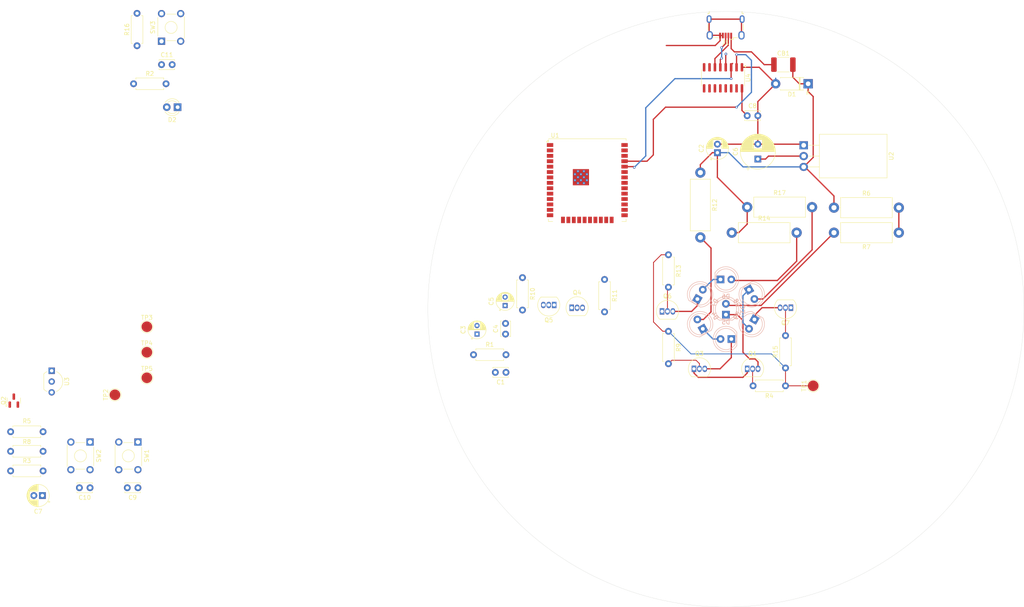
<source format=kicad_pcb>
(kicad_pcb (version 20240108) (generator "pcbnew") (generator_version "8.0")
  (title_block (title "Universal Remote") (date "2025-01-09"))
  (layers (0 "F.Cu" signal) (31 "B.Cu" signal) (34 "B.Paste" user) (35 "F.Paste" user) (36 "B.SilkS" user "B.Silkscreen") (37 "F.SilkS" user "F.Silkscreen") (38 "B.Mask" user) (39 "F.Mask" user) (44 "Edge.Cuts" user))
  (net 0 "")
  (net 1 "/EN")
  (net 2 "GND")
  (net 3 "+5V")
  (net 4 "Net-(C3-Pad2)")
  (net 5 "Net-(U1-VDD)")
  (net 6 "+3.3V")
  (net 7 "Net-(U3-VCC)")
  (net 8 "/IO0")
  (net 9 "/IO13")
  (net 10 "Net-(J1-VBUS)")
  (net 11 "Net-(D2-A)")
  (net 12 "Net-(D3-A)")
  (net 13 "Net-(D3-K)")
  (net 14 "Net-(D4-K)")
  (net 15 "Net-(D4-A)")
  (net 16 "Net-(D5-K)")
  (net 17 "Net-(D6-A)")
  (net 18 "Net-(D6-K)")
  (net 19 "Net-(D7-K)")
  (net 20 "Net-(D8-K)")
  (net 21 "Net-(D8-A)")
  (net 22 "Net-(D9-K)")
  (net 23 "/D+")
  (net 24 "/D-")
  (net 25 "Net-(Q1-B)")
  (net 26 "/RTS")
  (net 27 "Net-(Q3-B)")
  (net 28 "Net-(Q4-B)")
  (net 29 "/DTR")
  (net 30 "Net-(Q5-B)")
  (net 31 "Net-(Q6-B)")
  (net 32 "/IO17")
  (net 33 "/IO4")
  (net 34 "/IO16")
  (net 35 "/IO2")
  (net 37 "/IO5")
  (net 40 "/IO32")
  (net 42 "/RXD0")
  (net 43 "/IO23")
  (net 44 "/IO34")
  (net 45 "/IO35")
  (net 46 "/IO21")
  (net 47 "/IO15")
  (net 48 "/IO25")
  (net 49 "/SENSOR_VP")
  (net 50 "/SENSOR_VN")
  (net 51 "/IO12")
  (net 52 "/IO27")
  (net 54 "/IO18")
  (net 55 "/IO19")
  (net 57 "/IO22")
  (net 58 "/TXD0")
  (net 59 "/IO33")
  (net 60 "/IO26")
  (net 62 "/IO14")
  (net 70 "Net-(R6-Pad2)")
  (net 71 "Net-(Q2-D)")
  (net 72 "Net-(Q7-B)")
  (footprint "Capacitor_THT:C_Disc_D3.4mm_W2.1mm_P2.50mm" (layer "F.Cu") (at 59.2424 124.8392 90)
    (property "Reference" "C4" (at 1.25 -2.3 90) (layer "F.SilkS"))
    (property "Value" "0.1uF")
    (pad "1" thru_hole circle (at 0 0 90) (size 1.6 1.6) (drill 0.8) (layers "*.Cu" "*.Mask") (net 5 "Net-(U1-VDD)"))
    (pad "2" thru_hole circle (at 2.5 0 90) (size 1.6 1.6) (drill 0.8) (layers "*.Cu" "*.Mask") (net 2 "GND"))
  )
  (footprint "Capacitor_THT:CP_Radial_D4.0mm_P2.00mm" (layer "F.Cu") (at 59.1424 118.1392 90)
    (property "Reference" "C5" (at 1 -3.25 90) (layer "F.SilkS"))
    (property "Value" "10uF")
    (pad "1" thru_hole rect (at 0 0 90) (size 1.2 1.2) (drill 0.6) (layers "*.Cu" "*.Mask") (net 4 "Net-(C3-Pad2)"))
    (pad "2" thru_hole circle (at 2 0 90) (size 1.2 1.2) (drill 0.6) (layers "*.Cu" "*.Mask") (net 2 "GND"))
  )
  (footprint "TestPoint:TestPoint_Pad_D2.5mm" (layer "F.Cu") (at -32.5 139.115 90)
    (property "Reference" "TP2" (at 0 -2.148 90) (layer "F.SilkS"))
    (property "Value" "TestPoint")
    (pad "1" smd circle (at 0 0 90) (size 2.5 2.5) (layers "F.Cu" "F.Mask") (net 9 "/IO13"))
  )
  (footprint "Package_TO_SOT_SMD:SOT-23" (layer "F.Cu") (at -56.25 140.4775 90)
    (property "Reference" "Q2" (at 0 -2.4 90) (layer "F.SilkS"))
    (property "Value" "BSS138")
    (pad "1" smd roundrect (at -0.9375 -0.95 90) (size 1.475 0.6) (layers "F.Cu" "F.Paste" "F.Mask") (net 6 "+3.3V"))
    (pad "2" smd roundrect (at -0.9375 0.95 90) (size 1.475 0.6) (layers "F.Cu" "F.Paste" "F.Mask") (net 9 "/IO13"))
    (pad "3" smd roundrect (at 0.9375 0 90) (size 1.475 0.6) (layers "F.Cu" "F.Paste" "F.Mask") (net 71 "Net-(Q2-D)"))
  )
  (footprint "Capacitor_THT:CP_Radial_D8.0mm_P3.50mm" (layer "F.Cu") (at 118.5 83.697538 90)
    (property "Reference" "C6" (at 1.75 -5.25 90) (layer "F.SilkS"))
    (property "Value" "CP/100uF")
    (pad "1" thru_hole rect (at 0 0 90) (size 1.6 1.6) (drill 0.8) (layers "*.Cu" "*.Mask") (net 6 "+3.3V"))
    (pad "2" thru_hole circle (at 3.5 0 90) (size 1.6 1.6) (drill 0.8) (layers "*.Cu" "*.Mask") (net 2 "GND"))
  )
  (footprint "Resistor_THT:R_Axial_DIN0414_L11.9mm_D4.5mm_P15.24mm_Horizontal" (layer "F.Cu") (at 116 95)
    (property "Reference" "R17" (at 7.62 -3.37 360) (layer "F.SilkS"))
    (property "Value" "5.6R")
    (pad "1" thru_hole circle (at 0 0) (size 2.4 2.4) (drill 1.2) (layers "*.Cu" "*.Mask") (net 3 "+5V"))
    (pad "2" thru_hole oval (at 15.24 0) (size 2.4 2.4) (drill 1.2) (layers "*.Cu" "*.Mask") (net 21 "Net-(D8-A)"))
  )
  (footprint "Resistor_THT:R_Axial_DIN0414_L11.9mm_D4.5mm_P15.24mm_Horizontal" (layer "F.Cu") (at 105 86.88 -90)
    (property "Reference" "R12" (at 7.62 -3.37 90) (layer "F.SilkS"))
    (property "Value" "5.6R")
    (pad "1" thru_hole circle (at 0 0 270) (size 2.4 2.4) (drill 1.2) (layers "*.Cu" "*.Mask") (net 3 "+5V"))
    (pad "2" thru_hole oval (at 15.24 0 270) (size 2.4 2.4) (drill 1.2) (layers "*.Cu" "*.Mask") (net 15 "Net-(D4-A)"))
  )
  (footprint "Resistor_THT:R_Axial_DIN0414_L11.9mm_D4.5mm_P15.24mm_Horizontal" (layer "F.Cu") (at 136.38 95.12)
    (property "Reference" "R6" (at 7.62 -3.37 360) (layer "F.SilkS"))
    (property "Value" "5.6R")
    (pad "1" thru_hole circle (at 0 0) (size 2.4 2.4) (drill 1.2) (layers "*.Cu" "*.Mask") (net 3 "+5V"))
    (pad "2" thru_hole oval (at 15.24 0) (size 2.4 2.4) (drill 1.2) (layers "*.Cu" "*.Mask") (net 70 "Net-(R6-Pad2)"))
  )
  (footprint "Package_TO_SOT_THT:TO-92_Inline" (layer "F.Cu") (at 70.6636 117.9944 180)
    (property "Reference" "Q5" (at 1.27 -3.56 180) (layer "F.SilkS"))
    (property "Value" "S8050")
    (pad "1" thru_hole rect (at 0 0 180) (size 1.05 1.5) (drill 0.75) (layers "*.Cu" "*.Mask") (net 29 "/DTR"))
    (pad "2" thru_hole oval (at 1.27 0 180) (size 1.05 1.5) (drill 0.75) (layers "*.Cu" "*.Mask") (net 30 "Net-(Q5-B)"))
    (pad "3" thru_hole oval (at 2.54 0 180) (size 1.05 1.5) (drill 0.75) (layers "*.Cu" "*.Mask") (net 8 "/IO0"))
  )
  (footprint "Package_TO_SOT_THT:TO-92_Inline" (layer "F.Cu") (at 116 133)
    (property "Reference" "Q1" (at 1.27 -3.56 360) (layer "F.SilkS"))
    (property "Value" "S8050")
    (pad "1" thru_hole rect (at 0 0) (size 1.05 1.5) (drill 0.75) (layers "*.Cu" "*.Mask") (net 2 "GND"))
    (pad "2" thru_hole oval (at 1.27 0) (size 1.05 1.5) (drill 0.75) (layers "*.Cu" "*.Mask") (net 25 "Net-(Q1-B)"))
    (pad "3" thru_hole oval (at 2.54 0) (size 1.05 1.5) (drill 0.75) (layers "*.Cu" "*.Mask") (net 13 "Net-(D3-K)"))
  )
  (footprint "Capacitor_THT:C_Disc_D3.4mm_W2.1mm_P2.50mm" (layer "F.Cu") (at 116 73.5)
    (property "Reference" "C8" (at 1.25 -2.3 360) (layer "F.SilkS"))
    (property "Value" "0.1uF")
    (pad "1" thru_hole circle (at 0 0) (size 1.6 1.6) (drill 0.8) (layers "*.Cu" "*.Mask") (net 6 "+3.3V"))
    (pad "2" thru_hole circle (at 2.5 0) (size 1.6 1.6) (drill 0.8) (layers "*.Cu" "*.Mask") (net 2 "GND"))
  )
  (footprint "Fuse:Fuse_1812_4532Metric_Pad1.30x3.40mm_HandSolder" (layer "F.Cu") (at 124.5 61.5)
    (property "Reference" "CB1" (at 0 -2.65 360) (layer "F.SilkS"))
    (property "Value" "750mA/13.5V")
    (pad "1" smd roundrect (at -2.225 0) (size 1.3 3.4) (layers "F.Cu" "F.Paste" "F.Mask") (roundrect_rratio 0.192308) (net 10 "Net-(J1-VBUS)"))
    (pad "2" smd roundrect (at 2.225 0) (size 1.3 3.4) (layers "F.Cu" "F.Paste" "F.Mask") (roundrect_rratio 0.192308) (net 3 "+5V"))
  )
  (footprint "Resistor_THT:R_Axial_DIN0207_L6.3mm_D2.5mm_P7.62mm_Horizontal" (layer "F.Cu") (at -28.12 66)
    (property "Reference" "R2" (at 3.81 -2.37 0) (layer "F.SilkS"))
    (property "Value" "1k")
    (pad "1" thru_hole circle (at 0 0) (size 1.6 1.6) (drill 0.8) (layers "*.Cu" "*.Mask") (net 32 "/IO17"))
    (pad "2" thru_hole oval (at 7.62 0) (size 1.6 1.6) (drill 0.8) (layers "*.Cu" "*.Mask") (net 11 "Net-(D2-A)"))
  )
  (footprint "TestPoint:TestPoint_Pad_D2.5mm" (layer "F.Cu") (at -25 123.115)
    (property "Reference" "TP3" (at 0 -2.148 0) (layer "F.SilkS"))
    (property "Value" "TestPoint")
    (pad "1" smd circle (at 0 0) (size 2.5 2.5) (layers "F.Cu" "F.Mask") (net 6 "+3.3V"))
  )
  (footprint "Package_TO_SOT_THT:TO-92_Inline" (layer "F.Cu") (at 96 119.5)
    (property "Reference" "Q6" (at 1.27 -3.56 360) (layer "F.SilkS"))
    (property "Value" "S8050")
    (pad "1" thru_hole rect (at 0 0) (size 1.05 1.5) (drill 0.75) (layers "*.Cu" "*.Mask") (net 2 "GND"))
    (pad "2" thru_hole oval (at 1.27 0) (size 1.05 1.5) (drill 0.75) (layers "*.Cu" "*.Mask") (net 31 "Net-(Q6-B)"))
    (pad "3" thru_hole oval (at 2.54 0) (size 1.05 1.5) (drill 0.75) (layers "*.Cu" "*.Mask") (net 19 "Net-(D7-K)"))
  )
  (footprint "Capacitor_THT:C_Disc_D3.4mm_W2.1mm_P2.50mm" (layer "F.Cu") (at -21.56 61.5)
    (property "Reference" "C11" (at 1.25 -2.3 0) (layer "F.SilkS"))
    (property "Value" "0.1uF/50V")
    (pad "1" thru_hole circle (at 0 0) (size 1.6 1.6) (drill 0.8) (layers "*.Cu" "*.Mask") (net 34 "/IO16"))
    (pad "2" thru_hole circle (at 2.5 0) (size 1.6 1.6) (drill 0.8) (layers "*.Cu" "*.Mask") (net 2 "GND"))
  )
  (footprint "Button_Switch_THT:SW_TH_Tactile_Omron_B3F-10xx" (layer "F.Cu") (at -27.1 150.215 -90)
    (property "Reference" "SW1" (at 3.25 -2.05 90) (layer "F.SilkS"))
    (property "Value" "SW_Push")
    (pad "1" thru_hole rect (at 0 0 270) (size 1.7 1.7) (drill 1) (layers "*.Cu" "*.Mask") (net 8 "/IO0"))
    (pad "1" thru_hole circle (at 6.5 0 270) (size 1.7 1.7) (drill 1) (layers "*.Cu" "*.Mask") (net 8 "/IO0"))
    (pad "2" thru_hole circle (at 0 4.5 270) (size 1.7 1.7) (drill 1) (layers "*.Cu" "*.Mask") (net 2 "GND"))
    (pad "2" thru_hole circle (at 6.5 4.5 270) (size 1.7 1.7) (drill 1) (layers "*.Cu" "*.Mask") (net 2 "GND"))
  )
  (footprint "Button_Switch_THT:SW_TH_Tactile_Omron_B3F-10xx" (layer "F.Cu") (at -38.35 150.215 -90)
    (property "Reference" "SW2" (at 3.25 -2.05 90) (layer "F.SilkS"))
    (property "Value" "SW_Push")
    (pad "1" thru_hole rect (at 0 0 270) (size 1.7 1.7) (drill 1) (layers "*.Cu" "*.Mask") (net 1 "/EN"))
    (pad "1" thru_hole circle (at 6.5 0 270) (size 1.7 1.7) (drill 1) (layers "*.Cu" "*.Mask") (net 1 "/EN"))
    (pad "2" thru_hole circle (at 0 4.5 270) (size 1.7 1.7) (drill 1) (layers "*.Cu" "*.Mask") (net 2 "GND"))
    (pad "2" thru_hole circle (at 6.5 4.5 270) (size 1.7 1.7) (drill 1) (layers "*.Cu" "*.Mask") (net 2 "GND"))
  )
  (footprint "Resistor_THT:R_Axial_DIN0207_L6.3mm_D2.5mm_P7.62mm_Horizontal" (layer "F.Cu") (at 82.5 112 -90)
    (property "Reference" "R11" (at 3.81 -2.37 90) (layer "F.SilkS"))
    (property "Value" "10k")
    (pad "1" thru_hole circle (at 0 0 270) (size 1.6 1.6) (drill 0.8) (layers "*.Cu" "*.Mask") (net 26 "/RTS"))
    (pad "2" thru_hole oval (at 7.62 0 270) (size 1.6 1.6) (drill 0.8) (layers "*.Cu" "*.Mask") (net 30 "Net-(Q5-B)"))
  )
  (footprint "Capacitor_THT:C_Disc_D3.4mm_W2.1mm_P2.50mm" (layer "F.Cu") (at -38.35 160.965 180)
    (property "Reference" "C10" (at 1.25 -2.3 0) (layer "F.SilkS"))
    (property "Value" "0.1uF/50V")
    (pad "1" thru_hole circle (at 0 0 180) (size 1.6 1.6) (drill 0.8) (layers "*.Cu" "*.Mask") (net 1 "/EN"))
    (pad "2" thru_hole circle (at 2.5 0 180) (size 1.6 1.6) (drill 0.8) (layers "*.Cu" "*.Mask") (net 2 "GND"))
  )
  (footprint "Package_TO_SOT_THT:TO-220-3_Horizontal_TabDown" (layer "F.Cu") (at 129.27 80.46 -90)
    (property "Reference" "U2" (at 2.54 -20.58 90) (layer "F.SilkS"))
    (property "Value" "LM1117T-3.3")
    (pad "" np_thru_hole oval (at 2.54 -16.66 270) (size 3.5 3.5) (drill 3.5) (layers "*.Cu" "*.Mask"))
    (pad "1" thru_hole rect (at 0 0 270) (size 1.905 2) (drill 1.1) (layers "*.Cu" "*.Mask") (net 2 "GND"))
    (pad "2" thru_hole oval (at 2.54 0 270) (size 1.905 2) (drill 1.1) (layers "*.Cu" "*.Mask") (net 6 "+3.3V"))
    (pad "3" thru_hole oval (at 5.08 0 270) (size 1.905 2) (drill 1.1) (layers "*.Cu" "*.Mask") (net 3 "+5V"))
  )
  (footprint "Resistor_THT:R_Axial_DIN0414_L11.9mm_D4.5mm_P15.24mm_Horizontal" (layer "F.Cu") (at 151.62 101 180)
    (property "Reference" "R7" (at 7.62 -3.37 360) (layer "F.SilkS"))
    (property "Value" "5.6R")
    (pad "1" thru_hole circle (at 0 0 180) (size 2.4 2.4) (drill 1.2) (layers "*.Cu" "*.Mask") (net 70 "Net-(R6-Pad2)"))
    (pad "2" thru_hole oval (at 15.24 0 180) (size 2.4 2.4) (drill 1.2) (layers "*.Cu" "*.Mask") (net 12 "Net-(D3-A)"))
  )
  (footprint "Capacitor_THT:C_Disc_D3.4mm_W2.1mm_P2.50mm" (layer "F.Cu") (at 59.3424 133.8392 180)
    (property "Reference" "C1" (at 1.25 -2.3 0) (layer "F.SilkS"))
    (property "Value" "0.1uF")
    (pad "1" thru_hole circle (at 0 0 180) (size 1.6 1.6) (drill 0.8) (layers "*.Cu" "*.Mask") (net 1 "/EN"))
    (pad "2" thru_hole circle (at 2.5 0 180) (size 1.6 1.6) (drill 0.8) (layers "*.Cu" "*.Mask") (net 2 "GND"))
  )
  (footprint "Resistor_THT:R_Axial_DIN0207_L6.3mm_D2.5mm_P7.62mm_Horizontal" (layer "F.Cu") (at -49.38 152.395 180)
    (property "Reference" "R5" (at 3.81 7.105 0) (layer "F.SilkS"))
    (property "Value" "10k")
    (pad "1" thru_hole circle (at 0 0 180) (size 1.6 1.6) (drill 0.8) (layers "*.Cu" "*.Mask") (net 71 "Net-(Q2-D)"))
    (pad "2" thru_hole oval (at 7.62 0 180) (size 1.6 1.6) (drill 0.8) (layers "*.Cu" "*.Mask") (net 3 "+5V"))
  )
  (footprint "Package_TO_SOT_THT:TO-92_Inline" (layer "F.Cu") (at 103.5 133)
    (property "Reference" "Q3" (at 1.27 -3.56 360) (layer "F.SilkS"))
    (property "Value" "S8050")
    (pad "1" thru_hole rect (at 0 0) (size 1.05 1.5) (drill 0.75) (layers "*.Cu" "*.Mask") (net 2 "GND"))
    (pad "2" thru_hole oval (at 1.27 0) (size 1.05 1.5) (drill 0.75) (layers "*.Cu" "*.Mask") (net 27 "Net-(Q3-B)"))
    (pad "3" thru_hole oval (at 2.54 0) (size 1.05 1.5) (drill 0.75) (layers "*.Cu" "*.Mask") (net 16 "Net-(D5-K)"))
  )
  (footprint "Package_TO_SOT_THT:TO-92_Inline" (layer "F.Cu") (at 74.7784 118.6548)
    (property "Reference" "Q4" (at 1.27 -3.56 180) (layer "F.SilkS"))
    (property "Value" "S8050")
    (pad "1" thru_hole rect (at 0 0) (size 1.05 1.5) (drill 0.75) (layers "*.Cu" "*.Mask") (net 26 "/RTS"))
    (pad "2" thru_hole oval (at 1.27 0) (size 1.05 1.5) (drill 0.75) (layers "*.Cu" "*.Mask") (net 28 "Net-(Q4-B)"))
    (pad "3" thru_hole oval (at 2.54 0) (size 1.05 1.5) (drill 0.75) (layers "*.Cu" "*.Mask") (net 1 "/EN"))
  )
  (footprint "Resistor_THT:R_Axial_DIN0207_L6.3mm_D2.5mm_P7.62mm_Horizontal" (layer "F.Cu") (at 51.7224 129.6892)
    (property "Reference" "R1" (at 3.81 -2.37 0) (layer "F.SilkS"))
    (property "Value" "10k")
    (pad "1" thru_hole circle (at 0 0) (size 1.6 1.6) (drill 0.8) (layers "*.Cu" "*.Mask") (net 6 "+3.3V"))
    (pad "2" thru_hole oval (at 7.62 0) (size 1.6 1.6) (drill 0.8) (layers "*.Cu" "*.Mask") (net 1 "/EN"))
  )
  (footprint "TestPoint:TestPoint_Pad_D2.5mm" (layer "F.Cu") (at -25 135.115)
    (property "Reference" "TP5" (at 0 -2.148 0) (layer "F.SilkS"))
    (property "Value" "TestPoint")
    (pad "1" smd circle (at 0 0) (size 2.5 2.5) (layers "F.Cu" "F.Mask") (net 3 "+5V"))
  )
  (footprint "Resistor_THT:R_Axial_DIN0207_L6.3mm_D2.5mm_P7.62mm_Horizontal" (layer "F.Cu") (at 63.2214 111.5682 -90)
    (property "Reference" "R10" (at 3.81 -2.37 90) (layer "F.SilkS"))
    (property "Value" "10k")
    (pad "1" thru_hole circle (at 0 0 270) (size 1.6 1.6) (drill 0.8) (layers "*.Cu" "*.Mask") (net 29 "/DTR"))
    (pad "2" thru_hole oval (at 7.62 0 270) (size 1.6 1.6) (drill 0.8) (layers "*.Cu" "*.Mask") (net 28 "Net-(Q4-B)"))
  )
  (footprint "Resistor_THT:R_Axial_DIN0414_L11.9mm_D4.5mm_P15.24mm_Horizontal" (layer "F.Cu") (at 112.38 101)
    (property "Reference" "R14" (at 7.62 -3.37 360) (layer "F.SilkS"))
    (property "Value" "5.6R")
    (pad "1" thru_hole circle (at 0 0) (size 2.4 2.4) (drill 1.2) (layers "*.Cu" "*.Mask") (net 3 "+5V"))
    (pad "2" thru_hole oval (at 15.24 0) (size 2.4 2.4) (drill 1.2) (layers "*.Cu" "*.Mask") (net 17 "Net-(D6-A)"))
  )
  (footprint "Resistor_THT:R_Axial_DIN0207_L6.3mm_D2.5mm_P7.62mm_Horizontal" (layer "F.Cu") (at 97.5 124.19 -90)
    (property "Reference" "R9" (at 3.81 -2.37 90) (layer "F.SilkS"))
    (property "Value" "1k")
    (pad "1" thru_hole circle (at 0 0 270) (size 1.6 1.6) (drill 0.8) (layers "*.Cu" "*.Mask") (net 33 "/IO4"))
    (pad "2" thru_hole oval (at 7.62 0 270) (size 1.6 1.6) (drill 0.8) (layers "*.Cu" "*.Mask") (net 27 "Net-(Q3-B)"))
  )
  (footprint "Connector_USB:USB_Micro-B_Wuerth_629105150521" (layer "F.Cu") (at 110.933203 52.755 180)
    (property "Reference" "J1" (at 0 -3.5 0) (layer "F.SilkS"))
    (property "Value" "USB_B_Micro")
    (pad "" np_thru_hole oval (at -2.5 -0.8 180) (size 0.8 0.8) (drill 0.8) (layers "*.Cu" "*.Mask"))
    (pad "" np_thru_hole oval (at 2.5 -0.8 180) (size 0.8 0.8) (drill 0.8) (layers "*.Cu" "*.Mask"))
    (pad "1" smd rect (at -1.3 -1.9 180) (size 0.45 1.3) (layers "F.Cu" "F.Paste" "F.Mask") (net 10 "Net-(J1-VBUS)"))
    (pad "2" smd rect (at -0.65 -1.9 180) (size 0.45 1.3) (layers "F.Cu" "F.Paste" "F.Mask") (net 24 "/D-"))
    (pad "3" smd rect (at 0 -1.9 180) (size 0.45 1.3) (layers "F.Cu" "F.Paste" "F.Mask") (net 23 "/D+"))
    (pad "4" smd rect (at 0.65 -1.9 180) (size 0.45 1.3) (layers "F.Cu" "F.Paste" "F.Mask") (net 2 "GND"))
    (pad "5" smd rect (at 1.3 -1.9 180) (size 0.45 1.3) (layers "F.Cu" "F.Paste" "F.Mask") (net 2 "GND"))
    (pad "6" thru_hole oval (at -3.875 1.95 180) (size 1.15 1.8) (drill oval 0.55 1.2) (layers "*.Cu" "*.Mask") (net 2 "GND"))
    (pad "6" thru_hole oval (at -3.725 -1.85 180) (size 1.45 2) (drill oval 0.85 1.4) (layers "*.Cu" "*.Mask") (net 2 "GND"))
    (pad "6" thru_hole oval (at 3.725 -1.85 180) (size 1.45 2) (drill oval 0.85 1.4) (layers "*.Cu" "*.Mask") (net 2 "GND"))
    (pad "6" thru_hole oval (at 3.875 1.95 180) (size 1.15 1.8) (drill oval 0.55 1.2) (layers "*.Cu" "*.Mask") (net 2 "GND"))
  )
  (footprint "Package_SO:SOIC-16_3.9x9.9mm_P1.27mm" (layer "F.Cu") (at 110.325 64.6 -90)
    (property "Reference" "U4" (at 0 -5.9 90) (layer "F.SilkS"))
    (property "Value" "CH340C")
    (pad "1" smd roundrect (at -2.475 -4.445 270) (size 1.95 0.6) (layers "F.Cu" "F.Paste" "F.Mask") (net 2 "GND"))
    (pad "2" smd roundrect (at -2.475 -3.175 270) (size 1.95 0.6) (layers "F.Cu" "F.Paste" "F.Mask") (net 58 "/TXD0"))
    (pad "3" smd roundrect (at -2.475 -1.905 270) (size 1.95 0.6) (layers "F.Cu" "F.Paste" "F.Mask") (net 42 "/RXD0"))
    (pad "4" smd roundrect (at -2.475 -0.635 270) (size 1.95 0.6) (layers "F.Cu" "F.Paste" "F.Mask") (net 6 "+3.3V"))
    (pad "5" smd roundrect (at -2.475 0.635 270) (size 1.95 0.6) (layers "F.Cu" "F.Paste" "F.Mask") (net 23 "/D+"))
    (pad "6" smd roundrect (at -2.475 1.905 270) (size 1.95 0.6) (layers "F.Cu" "F.Paste" "F.Mask") (net 24 "/D-"))
    (pad "7" smd roundrect (at -2.475 3.175 270) (size 1.95 0.6) (layers "F.Cu" "F.Paste" "F.Mask"))
    (pad "8" smd roundrect (at -2.475 4.445 270) (size 1.95 0.6) (layers "F.Cu" "F.Paste" "F.Mask"))
    (pad "9" smd roundrect (at 2.475 4.445 270) (size 1.95 0.6) (layers "F.Cu" "F.Paste" "F.Mask"))
    (pad "10" smd roundrect (at 2.475 3.175 270) (size 1.95 0.6) (layers "F.Cu" "F.Paste" "F.Mask"))
    (pad "11" smd roundrect (at 2.475 1.905 270) (size 1.95 0.6) (layers "F.Cu" "F.Paste" "F.Mask"))
    (pad "12" smd roundrect (at 2.475 0.635 270) (size 1.95 0.6) (layers "F.Cu" "F.Paste" "F.Mask"))
    (pad "13" smd roundrect (at 2.475 -0.635 270) (size 1.95 0.6) (layers "F.Cu" "F.Paste" "F.Mask") (net 29 "/DTR"))
    (pad "14" smd roundrect (at 2.475 -1.905 270) (size 1.95 0.6) (layers "F.Cu" "F.Paste" "F.Mask") (net 26 "/RTS"))
    (pad "15" smd roundrect (at 2.475 -3.175 270) (size 1.95 0.6) (layers "F.Cu" "F.Paste" "F.Mask"))
    (pad "16" smd roundrect (at 2.475 -4.445 270) (size 1.95 0.6) (layers "F.Cu" "F.Paste" "F.Mask") (net 6 "+3.3V"))
  )
  (footprint "LED_THT:LED_D3.0mm" (layer "F.Cu") (at -17.785 71.5 180)
    (property "Reference" "D2" (at 1.27 -2.96 0) (layer "F.SilkS"))
    (property "Value" "LED")
    (pad "1" thru_hole rect (at 0 0 180) (size 1.8 1.8) (drill 0.9) (layers "*.Cu" "*.Mask") (net 2 "GND"))
    (pad "2" thru_hole circle (at 2.54 0 180) (size 1.8 1.8) (drill 0.9) (layers "*.Cu" "*.Mask") (net 11 "Net-(D2-A)"))
  )
  (footprint "Capacitor_THT:CP_Radial_D4.0mm_P2.00mm" (layer "F.Cu") (at 52.5424 124.8392 90)
    (property "Reference" "C3" (at 1 -3.25 90) (layer "F.SilkS"))
    (property "Value" "10uF")
    (pad "1" thru_hole rect (at 0 0 90) (size 1.2 1.2) (drill 0.6) (layers "*.Cu" "*.Mask") (net 5 "Net-(U1-VDD)"))
    (pad "2" thru_hole circle (at 2 0 90) (size 1.2 1.2) (drill 0.6) (layers "*.Cu" "*.Mask") (net 4 "Net-(C3-Pad2)"))
  )
  (footprint "Package_TO_SOT_THT:TO-92_Inline" (layer "F.Cu") (at 126.27 118.64 180)
    (property "Reference" "Q7" (at 1.27 -3.56 360) (layer "F.SilkS"))
    (property "Value" "S8050")
    (pad "1" thru_hole rect (at 0 0 180) (size 1.05 1.5) (drill 0.75) (layers "*.Cu" "*.Mask") (net 2 "GND"))
    (pad "2" thru_hole oval (at 1.27 0 180) (size 1.05 1.5) (drill 0.75) (layers "*.Cu" "*.Mask") (net 72 "Net-(Q7-B)"))
    (pad "3" thru_hole oval (at 2.54 0 180) (size 1.05 1.5) (drill 0.75) (layers "*.Cu" "*.Mask") (net 22 "Net-(D9-K)"))
  )
  (footprint "Capacitor_THT:CP_Radial_D5.0mm_P2.00mm" (layer "F.Cu") (at 109 82.197538 90)
    (property "Reference" "C2" (at 1 -3.75 90) (layer "F.SilkS"))
    (property "Value" "CP/10uF")
    (pad "1" thru_hole rect (at 0 0 90) (size 1.6 1.6) (drill 0.8) (layers "*.Cu" "*.Mask") (net 3 "+5V"))
    (pad "2" thru_hole circle (at 2 0 90) (size 1.6 1.6) (drill 0.8) (layers "*.Cu" "*.Mask") (net 2 "GND"))
  )
  (footprint "RF_Module:ESP32-WROOM-32U" (layer "F.Cu") (at 78.445 88.65)
    (property "Reference" "U1" (at -7.58 -10.5 360) (layer "F.SilkS"))
    (property "Value" "ESP32-WROOM-32U")
    (pad "1" smd rect (at -8.75 -8.255) (size 1.5 0.9) (layers "F.Cu" "F.Paste" "F.Mask") (net 2 "GND"))
    (pad "2" smd rect (at -8.75 -6.985) (size 1.5 0.9) (layers "F.Cu" "F.Paste" "F.Mask") (net 5 "Net-(U1-VDD)"))
    (pad "3" smd rect (at -8.75 -5.715) (size 1.5 0.9) (layers "F.Cu" "F.Paste" "F.Mask") (net 1 "/EN"))
    (pad "4" smd rect (at -8.75 -4.445) (size 1.5 0.9) (layers "F.Cu" "F.Paste" "F.Mask") (net 49 "/SENSOR_VP"))
    (pad "5" smd rect (at -8.75 -3.175) (size 1.5 0.9) (layers "F.Cu" "F.Paste" "F.Mask") (net 50 "/SENSOR_VN"))
    (pad "6" smd rect (at -8.75 -1.905) (size 1.5 0.9) (layers "F.Cu" "F.Paste" "F.Mask") (net 44 "/IO34"))
    (pad "7" smd rect (at -8.75 -0.635) (size 1.5 0.9) (layers "F.Cu" "F.Paste" "F.Mask") (net 45 "/IO35"))
    (pad "8" smd rect (at -8.75 0.635) (size 1.5 0.9) (layers "F.Cu" "F.Paste" "F.Mask") (net 40 "/IO32"))
    (pad "9" smd rect (at -8.75 1.905) (size 1.5 0.9) (layers "F.Cu" "F.Paste" "F.Mask") (net 59 "/IO33"))
    (pad "10" smd rect (at -8.75 3.175) (size 1.5 0.9) (layers "F.Cu" "F.Paste" "F.Mask") (net 48 "/IO25"))
    (pad "11" smd rect (at -8.75 4.445) (size 1.5 0.9) (layers "F.Cu" "F.Paste" "F.Mask") (net 60 "/IO26"))
    (pad "12" smd rect (at -8.75 5.715) (size 1.5 0.9) (layers "F.Cu" "F.Paste" "F.Mask") (net 52 "/IO27"))
    (pad "13" smd rect (at -8.75 6.985) (size 1.5 0.9) (layers "F.Cu" "F.Paste" "F.Mask") (net 62 "/IO14"))
    (pad "14" smd rect (at -8.75 8.255) (size 1.5 0.9) (layers "F.Cu" "F.Paste" "F.Mask") (net 51 "/IO12"))
    (pad "15" smd rect (at -5.715 9.35 90) (size 1.5 0.9) (layers "F.Cu" "F.Paste" "F.Mask") (net 2 "GND"))
    (pad "16" smd rect (at -4.445 9.35 90) (size 1.5 0.9) (layers "F.Cu" "F.Paste" "F.Mask") (net 9 "/IO13"))
    (pad "17" smd rect (at -3.175 9.35 90) (size 1.5 0.9) (layers "F.Cu" "F.Paste" "F.Mask"))
    (pad "18" smd rect (at -1.905 9.35 90) (size 1.5 0.9) (layers "F.Cu" "F.Paste" "F.Mask"))
    (pad "19" smd rect (at -0.635 9.35 90) (size 1.5 0.9) (layers "F.Cu" "F.Paste" "F.Mask"))
    (pad "20" smd rect (at 0.635 9.35 90) (size 1.5 0.9) (layers "F.Cu" "F.Paste" "F.Mask"))
    (pad "21" smd rect (at 1.905 9.35 90) (size 1.5 0.9) (layers "F.Cu" "F.Paste" "F.Mask"))
    (pad "22" smd rect (at 3.175 9.35 90) (size 1.5 0.9) (layers "F.Cu" "F.Paste" "F.Mask"))
    (pad "23" smd rect (at 4.445 9.35 90) (size 1.5 0.9) (layers "F.Cu" "F.Paste" "F.Mask") (net 47 "/IO15"))
    (pad "24" smd rect (at 5.715 9.35 90) (size 1.5 0.9) (layers "F.Cu" "F.Paste" "F.Mask") (net 35 "/IO2"))
    (pad "25" smd rect (at 8.75 8.255) (size 1.5 0.9) (layers "F.Cu" "F.Paste" "F.Mask") (net 8 "/IO0"))
    (pad "26" smd rect (at 8.75 6.985) (size 1.5 0.9) (layers "F.Cu" "F.Paste" "F.Mask") (net 33 "/IO4"))
    (pad "27" smd rect (at 8.75 5.715) (size 1.5 0.9) (layers "F.Cu" "F.Paste" "F.Mask") (net 34 "/IO16"))
    (pad "28" smd rect (at 8.75 4.445) (size 1.5 0.9) (layers "F.Cu" "F.Paste" "F.Mask") (net 32 "/IO17"))
    (pad "29" smd rect (at 8.75 3.175) (size 1.5 0.9) (layers "F.Cu" "F.Paste" "F.Mask") (net 37 "/IO5"))
    (pad "30" smd rect (at 8.75 1.905) (size 1.5 0.9) (layers "F.Cu" "F.Paste" "F.Mask") (net 54 "/IO18"))
    (pad "31" smd rect (at 8.75 0.635) (size 1.5 0.9) (layers "F.Cu" "F.Paste" "F.Mask") (net 55 "/IO19"))
    (pad "32" smd rect (at 8.75 -0.635) (size 1.5 0.9) (layers "F.Cu" "F.Paste" "F.Mask"))
    (pad "33" smd rect (at 8.75 -1.905) (size 1.5 0.9) (layers "F.Cu" "F.Paste" "F.Mask") (net 46 "/IO21"))
    (pad "34" smd rect (at 8.75 -3.175) (size 1.5 0.9) (layers "F.Cu" "F.Paste" "F.Mask") (net 42 "/RXD0"))
    (pad "35" smd rect (at 8.75 -4.445) (size 1.5 0.9) (layers "F.Cu" "F.Paste" "F.Mask") (net 58 "/TXD0"))
    (pad "36" smd rect (at 8.75 -5.715) (size 1.5 0.9) (layers "F.Cu" "F.Paste" "F.Mask") (net 57 "/IO22"))
    (pad "37" smd rect (at 8.75 -6.985) (size 1.5 0.9) (layers "F.Cu" "F.Paste" "F.Mask") (net 43 "/IO23"))
    (pad "38" smd rect (at 8.75 -8.255) (size 1.5 0.9) (layers "F.Cu" "F.Paste" "F.Mask") (net 2 "GND"))
    (pad "39" smd rect (at -2.9 -2.09) (size 0.9 0.9) (layers "F.Cu" "F.Paste") (net 2 "GND"))
    (pad "39" thru_hole circle (at -2.9 -1.39) (size 0.6 0.6) (drill 0.2) (property pad_prop_heatsink) (layers "*.Cu" "F.Mask") (net 2 "GND"))
    (pad "39" smd rect (at -2.9 -0.69) (size 0.9 0.9) (layers "F.Cu" "F.Paste") (net 2 "GND"))
    (pad "39" thru_hole circle (at -2.9 0.01) (size 0.6 0.6) (drill 0.2) (property pad_prop_heatsink) (layers "*.Cu" "F.Mask") (net 2 "GND"))
    (pad "39" smd rect (at -2.9 0.71) (size 0.9 0.9) (layers "F.Cu" "F.Paste") (net 2 "GND"))
    (pad "39" thru_hole circle (at -2.2 -2.09) (size 0.6 0.6) (drill 0.2) (property pad_prop_heatsink) (layers "*.Cu" "F.Mask") (net 2 "GND"))
    (pad "39" thru_hole circle (at -2.2 -0.69) (size 0.6 0.6) (drill 0.2) (property pad_prop_heatsink) (layers "*.Cu" "F.Mask") (net 2 "GND"))
    (pad "39" thru_hole circle (at -2.2 0.71) (size 0.6 0.6) (drill 0.2) (property pad_prop_heatsink) (layers "*.Cu" "F.Mask") (net 2 "GND"))
    (pad "39" smd rect (at -1.5 -2.09) (size 0.9 0.9) (layers "F.Cu" "F.Paste") (net 2 "GND"))
    (pad "39" thru_hole circle (at -1.5 -1.39) (size 0.6 0.6) (drill 0.2) (property pad_prop_heatsink) (layers "*.Cu" "F.Mask") (net 2 "GND"))
    (pad "39" smd rect (at -1.5 -0.69) (size 0.9 0.9) (layers "F.Cu" "F.Paste") (net 2 "GND"))
    (pad "39" smd rect (at -1.5 -0.69) (size 3.8 3.8) (layers "F.Cu" "F.Mask") (net 2 "GND"))
    (pad "39" thru_hole circle (at -1.5 0.01) (size 0.6 0.6) (drill 0.2) (property pad_prop_heatsink) (layers "*.Cu" "F.Mask") (net 2 "GND"))
    (pad "39" smd rect (at -1.5 0.71) (size 0.9 0.9) (layers "F.Cu" "F.Paste") (net 2 "GND"))
    (pad "39" thru_hole circle (at -0.8 -2.09) (size 0.6 0.6) (drill 0.2) (property pad_prop_heatsink) (layers "*.Cu" "F.Mask") (net 2 "GND"))
    (pad "39" thru_hole circle (at -0.8 -0.69) (size 0.6 0.6) (drill 0.2) (property pad_prop_heatsink) (layers "*.Cu" "F.Mask") (net 2 "GND"))
    (pad "39" thru_hole circle (at -0.8 0.71) (size 0.6 0.6) (drill 0.2) (property pad_prop_heatsink) (layers "*.Cu" "F.Mask") (net 2 "GND"))
    (pad "39" smd rect (at -0.1 -2.09) (size 0.9 0.9) (layers "F.Cu" "F.Paste") (net 2 "GND"))
    (pad "39" thru_hole circle (at -0.1 -1.39) (size 0.6 0.6) (drill 0.2) (property pad_prop_heatsink) (layers "*.Cu" "F.Mask") (net 2 "GND"))
    (pad "39" smd rect (at -0.1 -0.69) (size 0.9 0.9) (layers "F.Cu" "F.Paste") (net 2 "GND"))
    (pad "39" thru_hole circle (at -0.1 0.01) (size 0.6 0.6) (drill 0.2) (property pad_prop_heatsink) (layers "*.Cu" "F.Mask") (net 2 "GND"))
    (pad "39" smd rect (at -0.1 0.71) (size 0.9 0.9) (layers "F.Cu" "F.Paste") (net 2 "GND"))
  )
  (footprint "Resistor_THT:R_Axial_DIN0207_L6.3mm_D2.5mm_P7.62mm_Horizontal" (layer "F.Cu") (at -49.38 147.79 180)
    (property "Reference" "R8" (at 3.81 -2.37 0) (layer "F.SilkS"))
    (property "Value" "10k")
    (pad "1" thru_hole circle (at 0 0 180) (size 1.6 1.6) (drill 0.8) (layers "*.Cu" "*.Mask") (net 9 "/IO13"))
    (pad "2" thru_hole oval (at 7.62 0 180) (size 1.6 1.6) (drill 0.8) (layers "*.Cu" "*.Mask") (net 6 "+3.3V"))
  )
  (footprint "Button_Switch_THT:SW_TH_Tactile_Omron_B3F-10xx" (layer "F.Cu") (at -21.56 56 90)
    (property "Reference" "SW3" (at 3.25 -2.05 90) (layer "F.SilkS"))
    (property "Value" "SW_Push")
    (pad "1" thru_hole rect (at 0 0 90) (size 1.7 1.7) (drill 1) (layers "*.Cu" "*.Mask") (net 34 "/IO16"))
    (pad "1" thru_hole circle (at 6.5 0 90) (size 1.7 1.7) (drill 1) (layers "*.Cu" "*.Mask") (net 34 "/IO16"))
    (pad "2" thru_hole circle (at 0 4.5 90) (size 1.7 1.7) (drill 1) (layers "*.Cu" "*.Mask") (net 2 "GND"))
    (pad "2" thru_hole circle (at 6.5 4.5 90) (size 1.7 1.7) (drill 1) (layers "*.Cu" "*.Mask") (net 2 "GND"))
  )
  (footprint "Diode_THT:D_DO-41_SOD81_P7.62mm_Horizontal" (layer "F.Cu") (at 130.31 66 180)
    (property "Reference" "D1" (at 3.81 -2.47 360) (layer "F.SilkS"))
    (property "Value" "5.1V/1W")
    (fp_text user "K" (at 0 -2.1 360) (layer "F.SilkS"))
    (pad "1" thru_hole rect (at 0 0 180) (size 2.2 2.2) (drill 1.1) (layers "*.Cu" "*.Mask") (net 3 "+5V"))
    (pad "2" thru_hole oval (at 7.62 0 180) (size 2.2 2.2) (drill 1.1) (layers "*.Cu" "*.Mask") (net 2 "GND"))
  )
  (footprint "Resistor_THT:R_Axial_DIN0207_L6.3mm_D2.5mm_P7.62mm_Horizontal" (layer "F.Cu") (at -27.31 57.06 90)
    (property "Reference" "R16" (at 3.81 -2.37 90) (layer "F.SilkS"))
    (property "Value" "10k")
    (pad "1" thru_hole circle (at 0 0 90) (size 1.6 1.6) (drill 0.8) (layers "*.Cu" "*.Mask") (net 6 "+3.3V"))
    (pad "2" thru_hole oval (at 7.62 0 90) (size 1.6 1.6) (drill 0.8) (layers "*.Cu" "*.Mask") (net 34 "/IO16"))
  )
  (footprint "Resistor_THT:R_Axial_DIN0207_L6.3mm_D2.5mm_P7.62mm_Horizontal" (layer "F.Cu") (at -57 157)
    (property "Reference" "R3" (at 3.81 -2.37 0) (layer "F.SilkS"))
    (property "Value" "10k")
    (pad "1" thru_hole circle (at 0 0) (size 1.6 1.6) (drill 0.8) (layers "*.Cu" "*.Mask") (net 3 "+5V"))
    (pad "2" thru_hole oval (at 7.62 0) (size 1.6 1.6) (drill 0.8) (layers "*.Cu" "*.Mask") (net 7 "Net-(U3-VCC)"))
  )
  (footprint "TestPoint:TestPoint_Pad_D2.5mm" (layer "F.Cu") (at -25 129.114999)
    (property "Reference" "TP4" (at 0 -2.148 0) (layer "F.SilkS"))
    (property "Value" "TestPoint")
    (pad "1" smd circle (at 0 0) (size 2.5 2.5) (layers "F.Cu" "F.Mask") (net 2 "GND"))
  )
  (footprint "Resistor_THT:R_Axial_DIN0207_L6.3mm_D2.5mm_P7.62mm_Horizontal" (layer "F.Cu") (at 97.5 106.19 -90)
    (property "Reference" "R13" (at 3.81 -2.37 90) (layer "F.SilkS"))
    (property "Value" "1k")
    (pad "1" thru_hole circle (at 0 0 270) (size 1.6 1.6) (drill 0.8) (layers "*.Cu" "*.Mask") (net 33 "/IO4"))
    (pad "2" thru_hole oval (at 7.62 0 270) (size 1.6 1.6) (drill 0.8) (layers "*.Cu" "*.Mask") (net 31 "Net-(Q6-B)"))
  )
  (footprint "Package_TO_SOT_THT:TO-92_Inline_Wide" (layer "F.Cu") (at -47.36 133.46 -90)
    (property "Reference" "U3" (at 2.54 -3.56 90) (layer "F.SilkS"))
    (property "Value" "HS0038B")
    (pad "1" thru_hole rect (at 0 0 270) (size 1.5 1.5) (drill 0.8) (layers "*.Cu" "*.Mask") (net 71 "Net-(Q2-D)"))
    (pad "2" thru_hole circle (at 2.54 0 270) (size 1.5 1.5) (drill 0.8) (layers "*.Cu" "*.Mask") (net 2 "GND"))
    (pad "3" thru_hole circle (at 5.08 0 270) (size 1.5 1.5) (drill 0.8) (layers "*.Cu" "*.Mask") (net 7 "Net-(U3-VCC)"))
  )
  (footprint "Capacitor_THT:CP_Radial_D5.0mm_P2.00mm" (layer "F.Cu") (at -49.544887 162.79 180)
    (property "Reference" "C7" (at 1 -3.75 0) (layer "F.SilkS"))
    (property "Value" "CP/4.7uF")
    (pad "1" thru_hole rect (at 0 0 180) (size 1.6 1.6) (drill 0.8) (layers "*.Cu" "*.Mask") (net 7 "Net-(U3-VCC)"))
    (pad "2" thru_hole circle (at 2 0 180) (size 1.6 1.6) (drill 0.8) (layers "*.Cu" "*.Mask") (net 2 "GND"))
  )
  (footprint "Resistor_THT:R_Axial_DIN0207_L6.3mm_D2.5mm_P7.62mm_Horizontal" (layer "F.Cu") (at 125 132.81 90)
    (property "Reference" "R15" (at 3.81 -2.37 90) (layer "F.SilkS"))
    (property "Value" "1k")
    (pad "1" thru_hole circle (at 0 0 90) (size 1.6 1.6) (drill 0.8) (layers "*.Cu" "*.Mask") (net 33 "/IO4"))
    (pad "2" thru_hole oval (at 7.62 0 90) (size 1.6 1.6) (drill 0.8) (layers "*.Cu" "*.Mask") (net 72 "Net-(Q7-B)"))
  )
  (footprint "Capacitor_THT:C_Disc_D3.4mm_W2.1mm_P2.50mm" (layer "F.Cu") (at -27.1 160.965 180)
    (property "Reference" "C9" (at 1.25 -2.3 0) (layer "F.SilkS"))
    (property "Value" "0.1uF/50V")
    (pad "1" thru_hole circle (at 0 0 180) (size 1.6 1.6) (drill 0.8) (layers "*.Cu" "*.Mask") (net 8 "/IO0"))
    (pad "2" thru_hole circle (at 2.5 0 180) (size 1.6 1.6) (drill 0.8) (layers "*.Cu" "*.Mask") (net 2 "GND"))
  )
  (footprint "Resistor_THT:R_Axial_DIN0207_L6.3mm_D2.5mm_P7.62mm_Horizontal" (layer "F.Cu") (at 125 137 180)
    (property "Reference" "R4" (at 3.81 -2.37 360) (layer "F.SilkS"))
    (property "Value" "1k")
    (pad "1" thru_hole circle (at 0 0 180) (size 1.6 1.6) (drill 0.8) (layers "*.Cu" "*.Mask") (net 33 "/IO4"))
    (pad "2" thru_hole oval (at 7.62 0 180) (size 1.6 1.6) (drill 0.8) (layers "*.Cu" "*.Mask") (net 25 "Net-(Q1-B)"))
  )
  (footprint "TestPoint:TestPoint_Pad_D2.5mm" (layer "F.Cu") (at 131.5 137 90)
    (property "Reference" "TP1" (at 0 -2.148 90) (layer "F.SilkS"))
    (property "Value" "TestPoint")
    (pad "1" smd circle (at 0 0 90) (size 2.5 2.5) (layers "F.Cu" "F.Mask") (net 33 "/IO4"))
  )
  (footprint "LED_THT:LED_D5.0mm" (layer "B.Cu") (at 105.575322 123.604182 120)
    (property "Reference" "D4" (at 1.27 3.96 -60) (layer "B.SilkS") (effects (justify mirror)))
    (property "Value" "IR333-A")
    (pad "1" thru_hole rect (at 0 0 120) (size 1.8 1.8) (drill 0.9) (layers "*.Cu" "*.Mask") (net 14 "Net-(D4-K)"))
    (pad "2" thru_hole circle (at 2.54 0 120) (size 1.8 1.8) (drill 0.9) (layers "*.Cu" "*.Mask") (net 15 "Net-(D4-A)"))
  )
  (footprint "LED_THT:LED_D5.0mm" (layer "B.Cu") (at 117.699678 121.395818 -120)
    (property "Reference" "D9" (at 1.27 3.96 60) (layer "B.SilkS") (effects (justify mirror)))
    (property "Value" "IR333-A")
    (pad "1" thru_hole rect (at 0 0 240) (size 1.8 1.8) (drill 0.9) (layers "*.Cu" "*.Mask") (net 22 "Net-(D9-K)"))
    (pad "2" thru_hole circle (at 2.54 0 240) (size 1.8 1.8) (drill 0.9) (layers "*.Cu" "*.Mask") (net 20 "Net-(D8-K)"))
  )
  (footprint "LED_THT:LED_D5.0mm" (layer "B.Cu") (at 111 120.27 90)
    (property "Reference" "D3" (at 1.27 3.96 90) (layer "B.SilkS") (effects (justify mirror)))
    (property "Value" "IR333-A")
    (pad "1" thru_hole rect (at 0 0 90) (size 1.8 1.8) (drill 0.9) (layers "*.Cu" "*.Mask") (net 13 "Net-(D3-K)"))
    (pad "2" thru_hole circle (at 2.54 0 90) (size 1.8 1.8) (drill 0.9) (layers "*.Cu" "*.Mask") (net 12 "Net-(D3-A)"))
  )
  (footprint "LED_THT:LED_D5.0mm" (layer "B.Cu") (at 112.275 126 180)
    (property "Reference" "D5" (at 1.27 3.96 0) (layer "B.SilkS") (effects (justify mirror)))
    (property "Value" "IR333-A")
    (pad "1" thru_hole rect (at 0 0 180) (size 1.8 1.8) (drill 0.9) (layers "*.Cu" "*.Mask") (net 16 "Net-(D5-K)"))
    (pad "2" thru_hole circle (at 2.54 0 180) (size 1.8 1.8) (drill 0.9) (layers "*.Cu" "*.Mask") (net 14 "Net-(D4-K)"))
  )
  (footprint "LED_THT:LED_D5.0mm" (layer "B.Cu") (at 116.424678 114.395818 -60)
    (property "Reference" "D8" (at 1.27 3.96 120) (layer "B.SilkS") (effects (justify mirror)))
    (property "Value" "IR333-A")
    (pad "1" thru_hole rect (at 0 0 300) (size 1.8 1.8) (drill 0.9) (layers "*.Cu" "*.Mask") (net 20 "Net-(D8-K)"))
    (pad "2" thru_hole circle (at 2.54 0 300) (size 1.8 1.8) (drill 0.9) (layers "*.Cu" "*.Mask") (net 21 "Net-(D8-A)"))
  )
  (footprint "LED_THT:LED_D5.0mm" (layer "B.Cu") (at 109.725 112)
    (property "Reference" "D6" (at 1.27 3.96 180) (layer "B.SilkS") (effects (justify mirror)))
    (property "Value" "IR333-A")
    (pad "1" thru_hole rect (at 0 0) (size 1.8 1.8) (drill 0.9) (layers "*.Cu" "*.Mask") (net 18 "Net-(D6-K)"))
    (pad "2" thru_hole circle (at 2.54 0) (size 1.8 1.8) (drill 0.9) (layers "*.Cu" "*.Mask") (net 17 "Net-(D6-A)"))
  )
  (footprint "LED_THT:LED_D5.0mm" (layer "B.Cu") (at 104.300322 116.604182 60)
    (property "Reference" "D7" (at 1.27 3.96 -120) (layer "B.SilkS") (effects (justify mirror)))
    (property "Value" "IR333-A")
    (pad "1" thru_hole rect (at 0 0 60) (size 1.8 1.8) (drill 0.9) (layers "*.Cu" "*.Mask") (net 19 "Net-(D7-K)"))
    (pad "2" thru_hole circle (at 2.54 0 60) (size 1.8 1.8) (drill 0.9) (layers "*.Cu" "*.Mask") (net 18 "Net-(D6-K)"))
  )
  (gr_circle (center 111 119) (end 181 119) (stroke (width 0.05)) (fill none) (layer "Edge.Cuts"))
  (segment (start 122.69 66) (end 118.815 62.125) (width 0.3) (layer "F.Cu") (net 2))
  (segment (start 118 80.197538) (end 129.007538 80.197538) (width 0.3) (layer "F.Cu") (net 2))
  (segment (start 109.583203 54.605) (end 109.633203 54.655) (width 0.3) (layer "F.Cu") (net 2))
  (segment (start 107.208203 54.605) (end 109.583203 54.605) (width 0.3) (layer "F.Cu") (net 2))
  (segment (start 118.5 73.5) (end 118.5 70.19) (width 0.3) (layer "F.Cu") (net 2))
  (segment (start 107.058203 50.805) (end 114.808203 50.805) (width 0.3) (layer "F.Cu") (net 2))
  (segment (start 114.658203 50.955) (end 114.808203 50.805) (width 0.3) (layer "F.Cu") (net 2))
  (segment (start 107.058203 50.805) (end 107.058203 54.455) (width 0.3) (layer "F.Cu") (net 2))
  (segment (start 118.815 62.125) (end 114.77 62.125) (width 0.3) (layer "F.Cu") (net 2))
  (segment (start 109 80.197538) (end 118.5 80.197538) (width 0.3) (layer "F.Cu") (net 2))
  (segment (start 116 134) (end 116 133) (width 0.3) (layer "F.Cu") (net 2))
  (segment (start 103.5 133) (end 103.5 134) (width 0.3) (layer "F.Cu") (net 2))
  (segment (start 114.658203 54.605) (end 114.658203 50.955) (width 0.3) (layer "F.Cu") (net 2))
  (segment (start 118.5 70.19) (end 122.69 66) (width 0.3) (layer "F.Cu") (net 2))
  (segment (start 103.5 134) (end 104.5 135) (width 0.3) (layer "F.Cu") (net 2))
  (segment (start 118 80) (end 118.5 79.5) (width 0.3) (layer "F.Cu") (net 2))
  (segment (start 109.633203 55.866797) (end 108.5 57) (width 0.3) (layer "F.Cu") (net 2))
  (segment (start 108.5 57) (end 97 57) (width 0.3) (layer "F.Cu") (net 2))
  (segment (start 118.5 80.197538) (end 118.5 73.5) (width 0.3) (layer "F.Cu") (net 2))
  (segment (start 115 135) (end 116 134) (width 0.3) (layer "F.Cu") (net 2))
  (segment (start 129.007538 80.197538) (end 129.27 80.46) (width 0.3) (layer "F.Cu") (net 2))
  (segment (start 107.058203 54.455) (end 107.208203 54.605) (width 0.3) (layer "F.Cu") (net 2))
  (segment (start 110.283203 54.655) (end 109.633203 54.655) (width 0.3) (layer "F.Cu") (net 2))
  (segment (start 109.633203 54.655) (end 109.633203 55.866797) (width 0.3) (layer "F.Cu") (net 2))
  (segment (start 104.5 135) (end 115 135) (width 0.3) (layer "F.Cu") (net 2))
  (segment (start 122.69 64.69) (end 122.69 66) (width 0.3) (layer "B.Cu") (net 2))
  (segment (start 128.25 66) (end 130.31 66) (width 0.3) (layer "F.Cu") (net 3))
  (segment (start 131.5 83.31) (end 129.27 85.54) (width 0.3) (layer "F.Cu") (net 3))
  (segment (start 116 99) (end 116 95) (width 0.3) (layer "F.Cu") (net 3))
  (segment (start 129.54 85.54) (end 136.38 92.38) (width 0.3) (layer "F.Cu") (net 3))
  (segment (start 129.27 85.54) (end 129.54 85.54) (width 0.3) (layer "F.Cu") (net 3))
  (segment (start 109 88) (end 116 95) (width 0.3) (layer "F.Cu") (net 3))
  (segment (start 126.725 61.5) (end 126.725 64.475) (width 0.3) (layer "F.Cu") (net 3))
  (segment (start 114 101) (end 116 99) (width 0.3) (layer "F.Cu") (net 3))
  (segment (start 105 85) (end 107.802462 82.197538) (width 0.3) (layer "F.Cu") (net 3))
  (segment (start 107.802462 82.197538) (end 109 82.197538) (width 0.3) (layer "F.Cu") (net 3))
  (segment (start 130.31 66) (end 130.31 67.81) (width 0.3) (layer "F.Cu") (net 3))
  (segment (start 112.38 101) (end 114 101) (width 0.3) (layer "F.Cu") (net 3))
  (segment (start 105 86.88) (end 105 85) (width 0.3) (layer "F.Cu") (net 3))
  (segment (start 109 82.197538) (end 109 88) (width 0.3) (layer "F.Cu") (net 3))
  (segment (start 126.725 64.475) (end 128.25 66) (width 0.3) (layer "F.Cu") (net 3))
  (segment (start 130.31 67.81) (end 131.5 69) (width 0.3) (layer "F.Cu") (net 3))
  (segment (start 131.5 69) (end 131.5 83.31) (width 0.3) (layer "F.Cu") (net 3))
  (segment (start 136.38 92.38) (end 136.38 95.12) (width 0.3) (layer "F.Cu") (net 3))
  (segment (start 111.697538 82.197538) (end 109 82.197538) (width 0.3) (layer "B.Cu") (net 3))
  (segment (start 129.27 85.54) (end 115.04 85.54) (width 0.3) (layer "B.Cu") (net 3))
  (segment (start 115.04 85.54) (end 111.697538 82.197538) (width 0.3) (layer "B.Cu") (net 3))
  (segment (start 118 83.697538) (end 118.098769 83.598769) (width 0.3) (layer "F.Cu") (net 6))
  (segment (start 118.197538 83.5) (end 118 83.697538) (width 0.3) (layer "F.Cu") (net 6))
  (segment (start 110.96 62.125) (end 110.96 59.04) (width 0.3) (layer "F.Cu") (net 6))
  (segment (start 114.77 72.27) (end 116 73.5) (width 0.3) (layer "F.Cu") (net 6))
  (segment (start 114.77 67.075) (end 114.77 72.27) (width 0.3) (layer "F.Cu") (net 6))
  (segment (start 129.27 83) (end 128.77 83.5) (width 0.3) (layer "F.Cu") (net 6))
  (segment (start 121 83) (end 129.27 83) (width 0.3) (layer "F.Cu") (net 6))
  (segment (start 120.302462 83.697538) (end 121 83) (width 0.3) (layer "F.Cu") (net 6))
  (segment (start 118.5 83.697538) (end 120.302462 83.697538) (width 0.3) (layer "F.Cu") (net 6))
  (segment (start 110.96 59.04) (end 111 59) (width 0.3) (layer "F.Cu") (net 6))
  (via (at 111 59) (size 0.6) (drill 0.3) (layers "F.Cu" "B.Cu") (net 6))
  (segment (start 120 61.5) (end 122.275 61.5) (width 0.3) (layer "F.Cu") (net 10))
  (segment (start 112.233203 54.655) (end 112.233203 57.733203) (width 0.3) (layer "F.Cu") (net 10))
  (segment (start 113 58.5) (end 117 58.5) (width 0.3) (layer "F.Cu") (net 10))
  (segment (start 117 58.5) (end 120 61.5) (width 0.3) (layer "F.Cu") (net 10))
  (segment (start 112.233203 57.733203) (end 113 58.5) (width 0.3) (layer "F.Cu") (net 10))
  (segment (start 119.28 118.1) (end 111.37 118.1) (width 0.3) (layer "F.Cu") (net 12))
  (segment (start 136.38 101) (end 119.28 118.1) (width 0.3) (layer "F.Cu") (net 12))
  (segment (start 111.37 118.1) (end 111 117.73) (width 0.3) (layer "F.Cu") (net 12))
  (segment (start 117.86 130.69) (end 118.54 131.37) (width 0.3) (layer "F.Cu") (net 13))
  (segment (start 113.54 120.16) (end 115.01 121.63) (width 0.3) (layer "F.Cu") (net 13))
  (segment (start 111 120.27) (end 113.43 120.27) (width 0.3) (layer "F.Cu") (net 13))
  (segment (start 116.57 130.69) (end 117.86 130.69) (width 0.3) (layer "F.Cu") (net 13))
  (segment (start 113.43 120.27) (end 113.54 120.16) (width 0.3) (layer "F.Cu") (net 13))
  (segment (start 115.01 121.63) (end 115.01 129.13) (width 0.3) (layer "F.Cu") (net 13))
  (segment (start 118.54 131.37) (end 118.54 133) (width 0.3) (layer "F.Cu") (net 13))
  (segment (start 115.01 129.13) (end 116.57 130.69) (width 0.3) (layer "F.Cu") (net 13))
  (segment (start 105.575322 123.604182) (end 107.97114 126) (width 0.3) (layer "B.Cu") (net 14))
  (segment (start 107.97114 126) (end 109.735 126) (width 0.3) (layer "B.Cu") (net 14))
  (segment (start 107.5 104.62) (end 107.5 119.62) (width 0.3) (layer "F.Cu") (net 15))
  (segment (start 105.715523 121.404477) (end 104.305322 121.404477) (width 0.3) (layer "F.Cu") (net 15))
  (segment (start 105 102.12) (end 107.5 104.62) (width 0.3) (layer "F.Cu") (net 15))
  (segment (start 107.5 119.62) (end 105.715523 121.404477) (width 0.3) (layer "F.Cu") (net 15))
  (segment (start 109.63 133) (end 112.275 130.355) (width 0.3) (layer "F.Cu") (net 16))
  (segment (start 112.275 130.355) (end 112.275 126) (width 0.3) (layer "F.Cu") (net 16))
  (segment (start 106.04 133) (end 109.63 133) (width 0.3) (layer "F.Cu") (net 16))
  (segment (start 123.072894 112.24) (end 112.505 112.24) (width 0.3) (layer "F.Cu") (net 17))
  (segment (start 112.505 112.24) (end 112.265 112) (width 0.3) (layer "F.Cu") (net 17))
  (segment (start 127.62 107.692894) (end 123.072894 112.24) (width 0.3) (layer "F.Cu") (net 17))
  (segment (start 127.62 101) (end 127.62 107.692894) (width 0.3) (layer "F.Cu") (net 17))
  (segment (start 109.725 112) (end 108 112) (width 0.3) (layer "B.Cu") (net 18))
  (segment (start 107 113) (end 106.974799 113) (width 0.3) (layer "B.Cu") (net 18))
  (segment (start 108 112) (end 107 113) (width 0.3) (layer "B.Cu") (net 18))
  (segment (start 106.974799 113) (end 105.570322 114.404477) (width 0.3) (layer "B.Cu") (net 18))
  (segment (start 104.300322 118.149678) (end 102.95 119.5) (width 0.3) (layer "F.Cu") (net 19))
  (segment (start 102.95 119.5) (end 98.54 119.5) (width 0.3) (layer "F.Cu") (net 19))
  (segment (start 104.300322 116.604182) (end 104.300322 118.149678) (width 0.3) (layer "F.Cu") (net 19))
  (segment (start 116.424678 114.395818) (end 115 115.820496) (width 0.3) (layer "B.Cu") (net 20))
  (segment (start 115 122.165845) (end 116.429678 123.595523) (width 0.3) (layer "B.Cu") (net 20))
  (segment (start 115 115.820496) (end 115 122.165845) (width 0.3) (layer "B.Cu") (net 20))
  (segment (start 119.694477 116.595523) (end 131.24 105.05) (width 0.3) (layer "F.Cu") (net 21))
  (segment (start 131.24 105.05) (end 131.24 95) (width 0.3) (layer "F.Cu") (net 21))
  (segment (start 117.694678 116.595523) (end 119.694477 116.595523) (width 0.3) (layer "F.Cu") (net 21))
  (segment (start 119.49 118.64) (end 117.97 120.16) (width 0.3) (layer "F.Cu") (net 22))
  (segment (start 117.97 121.125496) (end 117.699678 121.395818) (width 0.3) (layer "F.Cu") (net 22))
  (segment (start 117.97 120.16) (end 117.97 121.125496) (width 0.3) (layer "F.Cu") (net 22))
  (segment (start 123.73 118.64) (end 119.49 118.64) (width 0.3) (layer "F.Cu") (net 22))
  (segment (start 109.69 60.31) (end 109.69 62.125) (width 0.3) (layer "F.Cu") (net 23))
  (segment (start 110 60) (end 109.69 60.31) (width 0.3) (layer "F.Cu") (net 23))
  (segment (start 110.933203 56.566797) (end 110 57.5) (width 0.3) (layer "F.Cu") (net 23))
  (segment (start 110.933203 54.655) (end 110.933203 56.566797) (width 0.3) (layer "F.Cu") (net 23))
  (via (at 110 60) (size 0.6) (drill 0.3) (layers "F.Cu" "B.Cu") (net 23))
  (via (at 110 57.5) (size 0.6) (drill 0.3) (layers "F.Cu" "B.Cu") (net 23))
  (segment (start 110 57.5) (end 110 60) (width 0.3) (layer "B.Cu") (net 23))
  (segment (start 111.583203 56.916797) (end 108.42 60.08) (width 0.3) (layer "F.Cu") (net 24))
  (segment (start 111.583203 54.655) (end 111.583203 56.916797) (width 0.3) (layer "F.Cu") (net 24))
  (segment (start 108.42 60.08) (end 108.42 62.125) (width 0.3) (layer "F.Cu") (net 24))
  (segment (start 117.27 133) (end 117.27 136.89) (width 0.2) (layer "F.Cu") (net 25))
  (segment (start 117.27 136.89) (end 117.38 137) (width 0.2) (layer "F.Cu") (net 25))
  (segment (start 104.77 131.77) (end 104 131) (width 0.2) (layer "F.Cu") (net 27))
  (segment (start 104.77 133) (end 104.77 131.77) (width 0.2) (layer "F.Cu") (net 27))
  (segment (start 104 131) (end 98.31 131) (width 0.2) (layer "F.Cu") (net 27))
  (segment (start 98.31 131) (end 97.5 131.81) (width 0.2) (layer "F.Cu") (net 27))
  (segment (start 97.27 119.5) (end 97.27 114.04) (width 0.2) (layer "F.Cu") (net 31))
  (segment (start 97.27 114.04) (end 97.5 113.81) (width 0.2) (layer "F.Cu") (net 31))
  (segment (start 97.5 124.19) (end 96.19 124.19) (width 0.2) (layer "F.Cu") (net 33))
  (segment (start 95.81 106.19) (end 97.5 106.19) (width 0.2) (layer "F.Cu") (net 33))
  (segment (start 131.5 137) (end 125 137) (width 0.2) (layer "F.Cu") (net 33))
  (segment (start 125 137) (end 125 132.81) (width 0.2) (layer "F.Cu") (net 33))
  (segment (start 94 122) (end 94 108) (width 0.2) (layer "F.Cu") (net 33))
  (segment (start 94 108) (end 95.81 106.19) (width 0.2) (layer "F.Cu") (net 33))
  (segment (start 97.69 106) (end 97.5 106.19) (width 0.2) (layer "F.Cu") (net 33))
  (segment (start 96.19 124.19) (end 94 122) (width 0.2) (layer "F.Cu") (net 33))
  (segment (start 125 132.81) (end 121.69 129.5) (width 0.2) (layer "B.Cu") (net 33))
  (segment (start 102.81 129.5) (end 97.5 124.19) (width 0.2) (layer "B.Cu") (net 33))
  (segment (start 121.69 129.5) (end 102.81 129.5) (width 0.2) (layer "B.Cu") (net 33))
  (segment (start 112.22 61.57) (end 112.57 61.22) (width 0.3) (layer "F.Cu") (net 42))
  (segment (start 87.195 85.475) (end 89.285 85.475) (width 0.3) (layer "F.Cu") (net 42))
  (segment (start 112.22 64.8) (end 112.22 61.57) (width 0.3) (layer "F.Cu") (net 42))
  (segment (start 89.285 85.475) (end 89.47 85.66) (width 0.3) (layer "F.Cu") (net 42))
  (via (at 112.22 64.8) (size 0.6) (drill 0.3) (layers "F.Cu" "B.Cu") (net 42))
  (via (at 89.47 85.66) (size 0.6) (drill 0.3) (layers "F.Cu" "B.Cu") (net 42))
  (segment (start 92.17 71.65) (end 99.02 64.8) (width 0.3) (layer "B.Cu") (net 42))
  (segment (start 92.17 82.96) (end 92.17 71.65) (width 0.3) (layer "B.Cu") (net 42))
  (segment (start 89.47 85.66) (end 92.17 82.96) (width 0.3) (layer "B.Cu") (net 42))
  (segment (start 99.02 64.8) (end 112.22 64.8) (width 0.3) (layer "B.Cu") (net 42))
  (segment (start 93.96 74.36) (end 96.82 71.5) (width 0.3) (layer "F.Cu") (net 58))
  (segment (start 96.82 71.5) (end 113.5 71.5) (width 0.3) (layer "F.Cu") (net 58))
  (segment (start 93.96 82.71) (end 93.96 74.36) (width 0.3) (layer "F.Cu") (net 58))
  (segment (start 87.195 84.205) (end 92.465 84.205) (width 0.3) (layer "F.Cu") (net 58))
  (segment (start 113.5 59.15) (end 113.5 62.125) (width 0.3) (layer "F.Cu") (net 58))
  (segment (start 92.465 84.205) (end 93.96 82.71) (width 0.3) (layer "F.Cu") (net 58))
  (via (at 113.5 71.5) (size 0.6) (drill 0.3) (layers "F.Cu" "B.Cu") (net 58))
  (via (at 113.5 59.15) (size 0.6) (drill 0.3) (layers "F.Cu" "B.Cu") (net 58))
  (segment (start 113.5 71.5) (end 117 68) (width 0.3) (layer "B.Cu") (net 58))
  (segment (start 115.65 59.15) (end 113.5 59.15) (width 0.3) (layer "B.Cu") (net 58))
  (segment (start 117 60.5) (end 115.65 59.15) (width 0.3) (layer "B.Cu") (net 58))
  (segment (start 117 68) (end 117 60.5) (width 0.3) (layer "B.Cu") (net 58))
  (segment (start 151.62 95.12) (end 151.62 101) (width 0.3) (layer "F.Cu") (net 70))
  (segment (start 125 118.64) (end 125 125.19) (width 0.2) (layer "F.Cu") (net 72))
)
</source>
